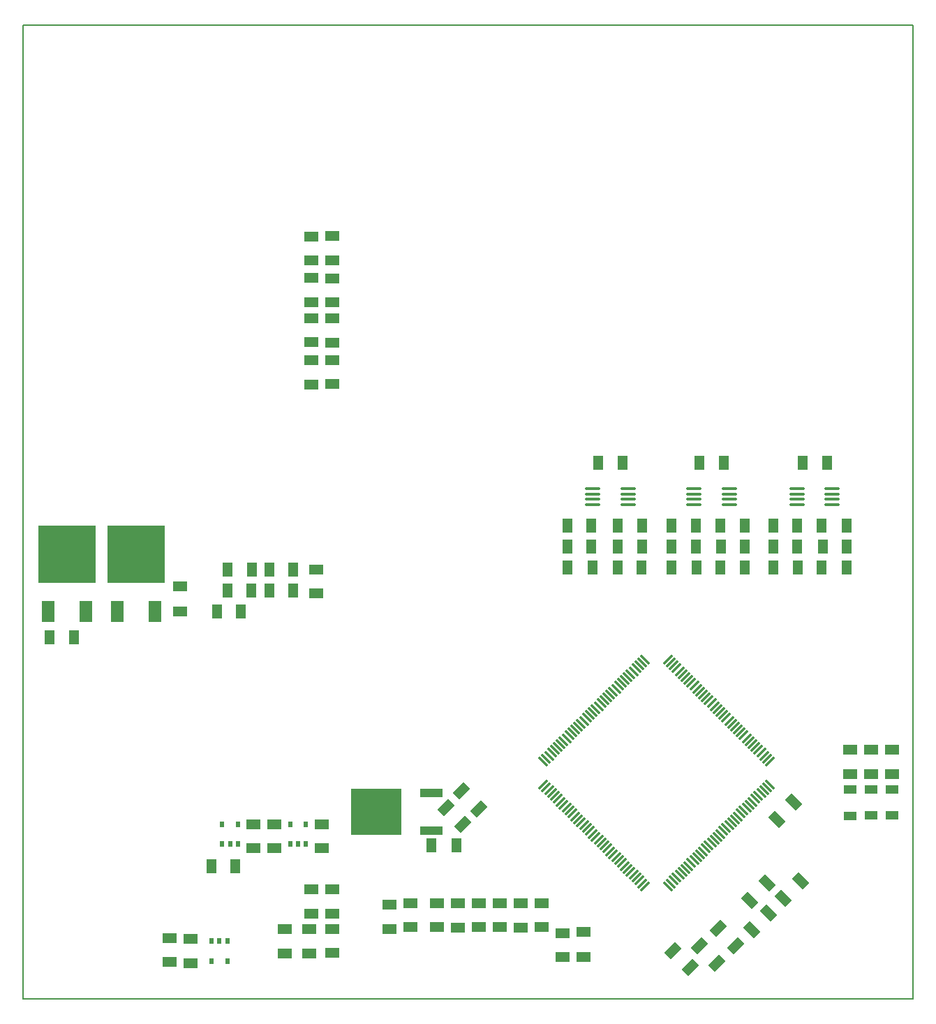
<source format=gbr>
G04 PROTEUS GERBER X2 FILE*
%TF.GenerationSoftware,Labcenter,Proteus,8.7-SP3-Build25561*%
%TF.CreationDate,2021-06-23T20:43:36+00:00*%
%TF.FileFunction,Paste,Bot*%
%TF.FilePolarity,Positive*%
%TF.Part,Single*%
%TF.SameCoordinates,{72a0a031-abb8-4097-8df3-996e39d3871e}*%
%FSLAX45Y45*%
%MOMM*%
G01*
%AMPPAD132*
4,1,4,
0.628620,-0.449010,
0.449010,-0.628620,
-0.628620,0.449010,
-0.449010,0.628620,
0.628620,-0.449010,
0*%
%TA.AperFunction,Material*%
%ADD142PPAD132*%
%AMPPAD133*
4,1,4,
0.449010,0.628620,
0.628620,0.449010,
-0.449010,-0.628620,
-0.628620,-0.449010,
0.449010,0.628620,
0*%
%ADD143PPAD133*%
%AMPPAD134*
4,1,4,
0.422070,0.637600,
0.637600,0.422070,
-0.422070,-0.637600,
-0.637600,-0.422070,
0.422070,0.637600,
0*%
%ADD144PPAD134*%
%AMPPAD135*
4,1,4,
0.637600,-0.422070,
0.422070,-0.637600,
-0.637600,0.422070,
-0.422070,0.637600,
0.637600,-0.422070,
0*%
%ADD145PPAD135*%
%TA.AperFunction,Material*%
%ADD146R,0.508000X0.635000*%
%TA.AperFunction,Material*%
%ADD133R,1.803400X1.143000*%
%TA.AperFunction,Material*%
%ADD124R,6.985000X6.985000*%
%ADD125R,1.524000X2.540000*%
%TA.AperFunction,Material*%
%ADD128R,1.143000X1.803400*%
%AMPPAD104*
4,1,36,
0.901700,-0.025400,
0.901700,0.025400,
0.898160,0.061750,
0.887980,0.095370,
0.871810,0.125600,
0.850300,0.151800,
0.824110,0.173310,
0.793870,0.189480,
0.760250,0.199660,
0.723900,0.203200,
-0.723900,0.203200,
-0.760250,0.199660,
-0.793870,0.189480,
-0.824110,0.173310,
-0.850300,0.151800,
-0.871810,0.125600,
-0.887980,0.095370,
-0.898160,0.061750,
-0.901700,0.025400,
-0.901700,-0.025400,
-0.898160,-0.061750,
-0.887980,-0.095370,
-0.871810,-0.125600,
-0.850300,-0.151800,
-0.824110,-0.173310,
-0.793870,-0.189480,
-0.760250,-0.199660,
-0.723900,-0.203200,
0.723900,-0.203200,
0.760250,-0.199660,
0.793870,-0.189480,
0.824110,-0.173310,
0.850300,-0.151800,
0.871810,-0.125600,
0.887980,-0.095370,
0.898160,-0.061750,
0.901700,-0.025400,
0*%
%TA.AperFunction,Material*%
%ADD114PPAD104*%
%TA.AperFunction,Material*%
%ADD147R,2.743200X0.990600*%
%ADD148R,6.146800X5.562600*%
%AMPPAD139*
4,1,4,
-0.233490,-1.041710,
-1.041710,-0.233490,
0.233490,1.041710,
1.041710,0.233490,
-0.233490,-1.041710,
0*%
%TA.AperFunction,Material*%
%ADD149PPAD139*%
%AMPPAD140*
4,1,4,
-1.041710,0.233490,
-0.233490,1.041710,
1.041710,-0.233490,
0.233490,-1.041710,
-1.041710,0.233490,
0*%
%ADD150PPAD140*%
%ADD151R,1.524000X1.016000*%
%TA.AperFunction,Profile*%
%ADD47C,0.203200*%
%TD.AperFunction*%
D142*
X+7979323Y-6859876D03*
X+7943967Y-6895232D03*
X+7908612Y-6930587D03*
X+7873257Y-6965942D03*
X+7837901Y-7001298D03*
X+7802546Y-7036653D03*
X+7767191Y-7072008D03*
X+7731835Y-7107364D03*
X+7696480Y-7142719D03*
X+7661125Y-7178074D03*
X+7625769Y-7213430D03*
X+7590414Y-7248785D03*
X+7555059Y-7284140D03*
X+7519703Y-7319496D03*
X+7484348Y-7354851D03*
X+7448993Y-7390207D03*
X+7413637Y-7425562D03*
X+7378282Y-7460917D03*
X+7342927Y-7496273D03*
X+7307571Y-7531628D03*
X+7272216Y-7566983D03*
X+7236861Y-7602339D03*
X+7201505Y-7637694D03*
X+7166150Y-7673049D03*
X+7130795Y-7708405D03*
X+7095439Y-7743760D03*
X+7060084Y-7779115D03*
X+7024729Y-7814471D03*
X+6989373Y-7849826D03*
X+6954018Y-7885181D03*
X+6918663Y-7920537D03*
X+6883307Y-7955892D03*
X+6847952Y-7991247D03*
X+6812597Y-8026603D03*
X+6777241Y-8061958D03*
X+6741886Y-8097313D03*
D143*
X+6466114Y-8097313D03*
X+6430759Y-8061958D03*
X+6395404Y-8026603D03*
X+6360048Y-7991247D03*
X+6324693Y-7955892D03*
D144*
X+6289338Y-7920537D03*
D143*
X+6253982Y-7885181D03*
X+6218627Y-7849826D03*
X+6183272Y-7814471D03*
X+6147916Y-7779115D03*
X+6112561Y-7743760D03*
X+6077206Y-7708405D03*
X+6041850Y-7673049D03*
X+6006495Y-7637694D03*
X+5971140Y-7602339D03*
X+5935784Y-7566983D03*
X+5900429Y-7531628D03*
X+5865074Y-7496273D03*
X+5829718Y-7460917D03*
X+5794363Y-7425562D03*
X+5759008Y-7390207D03*
X+5723652Y-7354851D03*
X+5688297Y-7319496D03*
X+5652942Y-7284140D03*
X+5617586Y-7248785D03*
X+5582231Y-7213430D03*
X+5546875Y-7178074D03*
X+5511520Y-7142719D03*
X+5476165Y-7107364D03*
X+5440809Y-7072008D03*
X+5405454Y-7036653D03*
X+5370099Y-7001298D03*
X+5334743Y-6965942D03*
X+5299388Y-6930587D03*
X+5264033Y-6895232D03*
X+5228677Y-6859876D03*
D142*
X+5228677Y-6584105D03*
X+5264033Y-6548749D03*
X+5299388Y-6513394D03*
X+5334743Y-6478039D03*
X+5370099Y-6442683D03*
X+5405454Y-6407328D03*
X+5440809Y-6371973D03*
X+5476165Y-6336617D03*
X+5511520Y-6301262D03*
X+5546875Y-6265907D03*
X+5582231Y-6230551D03*
X+5617586Y-6195196D03*
X+5652942Y-6159841D03*
X+5688297Y-6124485D03*
X+5723652Y-6089130D03*
X+5759008Y-6053775D03*
X+5794363Y-6018419D03*
X+5829718Y-5983064D03*
X+5865074Y-5947709D03*
X+5900429Y-5912353D03*
X+5935784Y-5876998D03*
X+5971140Y-5841643D03*
X+6006495Y-5806287D03*
X+6041850Y-5770932D03*
X+6077206Y-5735577D03*
X+6112561Y-5700221D03*
X+6147916Y-5664866D03*
X+6183272Y-5629511D03*
X+6218627Y-5594155D03*
X+6253982Y-5558800D03*
X+6289338Y-5523445D03*
X+6324693Y-5488089D03*
X+6360048Y-5452734D03*
D145*
X+6395404Y-5417379D03*
D142*
X+6430759Y-5382023D03*
X+6466114Y-5346668D03*
D143*
X+6741886Y-5346668D03*
X+6777241Y-5382023D03*
X+6812597Y-5417379D03*
X+6847952Y-5452734D03*
X+6883307Y-5488089D03*
X+6918663Y-5523445D03*
X+6954018Y-5558800D03*
X+6989373Y-5594155D03*
X+7024729Y-5629511D03*
X+7060084Y-5664866D03*
X+7095439Y-5700221D03*
X+7130795Y-5735577D03*
X+7166150Y-5770932D03*
X+7201505Y-5806287D03*
X+7236861Y-5841643D03*
X+7272216Y-5876998D03*
X+7307571Y-5912353D03*
X+7342927Y-5947709D03*
X+7378282Y-5983064D03*
X+7413637Y-6018419D03*
X+7448993Y-6053775D03*
X+7484348Y-6089130D03*
X+7519703Y-6124485D03*
X+7555059Y-6159841D03*
X+7590414Y-6195196D03*
X+7625769Y-6230551D03*
X+7661125Y-6265907D03*
X+7696480Y-6301262D03*
X+7731835Y-6336617D03*
X+7767191Y-6371973D03*
X+7802546Y-6407328D03*
X+7837901Y-6442683D03*
X+7873257Y-6478039D03*
X+7908612Y-6513394D03*
X+7943967Y-6548749D03*
X+7979323Y-6584105D03*
D146*
X+1206500Y-8763000D03*
X+1300480Y-8763000D03*
X+1397000Y-8763000D03*
X+1397000Y-9001760D03*
X+1206500Y-9001760D03*
X+2349500Y-7584959D03*
X+2255520Y-7584959D03*
X+2159000Y-7584959D03*
X+2159000Y-7346199D03*
X+2349500Y-7346199D03*
X+1524000Y-7584959D03*
X+1430020Y-7584959D03*
X+1333500Y-7584959D03*
X+1333500Y-7346199D03*
X+1524000Y-7346199D03*
D133*
X+2413000Y-716000D03*
X+2413000Y-1016000D03*
X+2413000Y-218000D03*
X+2413000Y-508000D03*
X+2667000Y-208000D03*
X+2667000Y-508000D03*
X+2667000Y-726000D03*
X+2667000Y-1016000D03*
D124*
X-546100Y-4071620D03*
D125*
X-317500Y-4762500D03*
X-774700Y-4762500D03*
D124*
X+292100Y-4071620D03*
D125*
X+520700Y-4762500D03*
X+63500Y-4762500D03*
D128*
X-462000Y-5080000D03*
X-762000Y-5080000D03*
D133*
X+825500Y-4762500D03*
X+825500Y-4462500D03*
X+2667000Y-1206500D03*
X+2667000Y-1506500D03*
X+2413000Y-1714500D03*
X+2413000Y-2014500D03*
X+2667000Y-1714500D03*
X+2667000Y-2004500D03*
X+2413000Y-1206500D03*
X+2413000Y-1496500D03*
D114*
X+6259000Y-3273402D03*
X+6259000Y-3338402D03*
X+6259000Y-3403402D03*
X+6259000Y-3468402D03*
X+5829000Y-3468402D03*
X+5829000Y-3403402D03*
X+5829000Y-3338402D03*
X+5829000Y-3273402D03*
X+7486107Y-3273033D03*
X+7486107Y-3338033D03*
X+7486107Y-3403033D03*
X+7486107Y-3468033D03*
X+7056107Y-3468033D03*
X+7056107Y-3403033D03*
X+7056107Y-3338033D03*
X+7056107Y-3273033D03*
X+8735869Y-3274533D03*
X+8735869Y-3339533D03*
X+8735869Y-3404533D03*
X+8735869Y-3469533D03*
X+8305869Y-3469533D03*
X+8305869Y-3404533D03*
X+8305869Y-3339533D03*
X+8305869Y-3274533D03*
D128*
X+6195500Y-2957402D03*
X+5895500Y-2957402D03*
X+7422607Y-2957033D03*
X+7122607Y-2957033D03*
X+8672369Y-2958533D03*
X+8372369Y-2958533D03*
X+6432000Y-3719402D03*
X+6132000Y-3719402D03*
X+7676607Y-3719033D03*
X+7376607Y-3719033D03*
X+8908869Y-3719033D03*
X+8608869Y-3719033D03*
X+6432000Y-3973402D03*
X+6132000Y-3973402D03*
X+5824500Y-4227402D03*
X+5524500Y-4227402D03*
X+5524500Y-3719402D03*
X+5814500Y-3719402D03*
X+6422000Y-4227402D03*
X+6132000Y-4227402D03*
X+5814500Y-3973402D03*
X+5524500Y-3973402D03*
X+6787607Y-3719033D03*
X+7077607Y-3719033D03*
X+7676607Y-3973033D03*
X+7386607Y-3973033D03*
X+7077607Y-3973033D03*
X+6787607Y-3973033D03*
X+8019869Y-3719033D03*
X+8309869Y-3719033D03*
X+8908869Y-3973033D03*
X+8618869Y-3973033D03*
X+8309869Y-3973033D03*
X+8019869Y-3973033D03*
X+7087607Y-4227033D03*
X+6787607Y-4227033D03*
X+7676607Y-4227033D03*
X+7376607Y-4227033D03*
X+8319869Y-4227033D03*
X+8019869Y-4227033D03*
X+8908869Y-4227033D03*
X+8608869Y-4227033D03*
D147*
X+3873500Y-6965199D03*
X+3873500Y-7421199D03*
D148*
X+3203500Y-7193199D03*
D149*
X+7355263Y-8603473D03*
X+7567395Y-8815605D03*
D150*
X+7948395Y-8053605D03*
X+7736263Y-8265737D03*
D133*
X+698500Y-9017000D03*
X+698500Y-8727000D03*
X+952500Y-9027380D03*
X+952500Y-8737380D03*
X+2413000Y-8425699D03*
X+2413000Y-8135699D03*
X+2540000Y-7346199D03*
X+2540000Y-7636199D03*
D128*
X+1206500Y-7854199D03*
X+1496500Y-7854199D03*
D133*
X+1714500Y-7346199D03*
X+1714500Y-7636199D03*
X+2667000Y-8425699D03*
X+2667000Y-8135699D03*
X+1968500Y-7346199D03*
X+1968500Y-7636199D03*
D149*
X+4254500Y-7346199D03*
X+4049439Y-7141138D03*
X+6805395Y-8879105D03*
X+7010456Y-9084166D03*
D133*
X+2667000Y-8616199D03*
X+2667000Y-8906199D03*
D149*
X+7335027Y-9027737D03*
X+7122895Y-8815605D03*
D150*
X+8138895Y-8244105D03*
X+8351027Y-8031973D03*
D133*
X+5715000Y-8653500D03*
X+5715000Y-8953500D03*
D149*
X+4232868Y-6943567D03*
X+4445000Y-7155699D03*
D133*
X+2390022Y-8916199D03*
X+2390022Y-8616199D03*
X+2095500Y-8916199D03*
X+2095500Y-8616199D03*
X+4953000Y-8598699D03*
X+4953000Y-8298699D03*
X+4191000Y-8598698D03*
X+4191000Y-8298699D03*
X+3365500Y-8616199D03*
X+3365500Y-8316199D03*
D128*
X+1697000Y-4254500D03*
X+1397000Y-4254500D03*
D151*
X+8953500Y-6926580D03*
X+8953500Y-7241540D03*
X+9207500Y-6924040D03*
X+9207500Y-7239000D03*
X+9461500Y-6924040D03*
X+9461500Y-7239000D03*
D150*
X+7962956Y-8420044D03*
X+7757895Y-8625105D03*
X+8064500Y-7282699D03*
X+8269561Y-7077638D03*
D133*
X+5461000Y-8663500D03*
X+5461000Y-8953500D03*
X+4699000Y-8298699D03*
X+4699000Y-8588699D03*
X+4445000Y-8298699D03*
X+4445000Y-8588699D03*
X+3619500Y-8298699D03*
X+3619500Y-8588699D03*
X+8953500Y-6733540D03*
X+8953500Y-6443540D03*
X+9207500Y-6733540D03*
X+9207500Y-6443540D03*
X+9461500Y-6733540D03*
X+9461500Y-6443540D03*
D128*
X+1905000Y-4508500D03*
X+2195000Y-4508500D03*
X+1905000Y-4254500D03*
X+2195000Y-4254500D03*
X+1397000Y-4508500D03*
X+1687000Y-4508500D03*
X+1560000Y-4762500D03*
X+1270000Y-4762500D03*
D133*
X+5207000Y-8298699D03*
X+5207000Y-8588699D03*
X+3937000Y-8298699D03*
X+3937000Y-8588699D03*
X+2476500Y-4544500D03*
X+2476500Y-4254500D03*
D128*
X+4173500Y-7600199D03*
X+3873500Y-7600199D03*
D47*
X-1079500Y-9461500D02*
X+9715500Y-9461500D01*
X+9715500Y+2349500D01*
X-1079500Y+2349500D01*
X-1079500Y-9461500D01*
M02*

</source>
